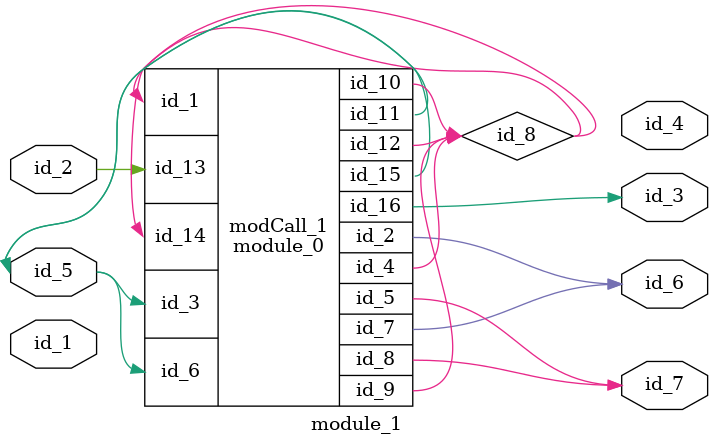
<source format=v>
module module_0 (
    id_1,
    id_2,
    id_3,
    id_4,
    id_5,
    id_6,
    id_7,
    id_8,
    id_9,
    id_10,
    id_11,
    id_12,
    id_13,
    id_14,
    id_15,
    id_16
);
  output wire id_16;
  inout wire id_15;
  input wire id_14;
  input wire id_13;
  inout wire id_12;
  inout wire id_11;
  inout wire id_10;
  inout wire id_9;
  output wire id_8;
  output wire id_7;
  input wire id_6;
  output wire id_5;
  inout wire id_4;
  input wire id_3;
  output wire id_2;
  input wire id_1;
endmodule
module module_1 (
    id_1,
    id_2,
    id_3,
    id_4,
    id_5,
    id_6,
    id_7
);
  output wire id_7;
  output wire id_6;
  inout wire id_5;
  output wire id_4;
  output wire id_3;
  input wire id_2;
  input wire id_1;
  wire id_8;
  module_0 modCall_1 (
      id_8,
      id_6,
      id_5,
      id_8,
      id_7,
      id_5,
      id_6,
      id_7,
      id_8,
      id_8,
      id_5,
      id_8,
      id_2,
      id_8,
      id_5,
      id_3
  );
endmodule

</source>
